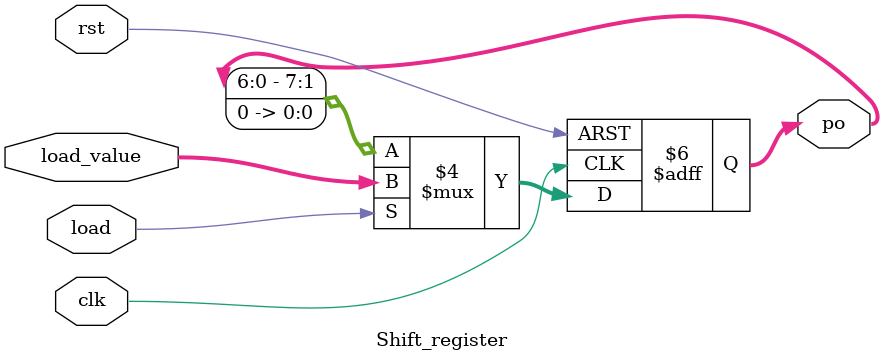
<source format=v>
module Shift_register(clk,rst,load,load_value,po);
 parameter SHIFT_DIRECTION = "LEFT" ; //LEFT OR RI-GHT 
 parameter SHIFT_AMOUNT = 1; //possible values 1:7
 input clk,rst,load;
 input [7:0] load_value;
 output reg [7:0] po;
 always @(posedge clk or posedge rst) begin
 	if (rst) 
 		po<=0;
    else if (load) 
  	    po<=load_value;
    else begin
        if(SHIFT_DIRECTION=="RIGHT") 
        	po<=po>>SHIFT_AMOUNT;//another way po<={SHIFT_AMOUNT{1'b0},po[7:SHIFT_AMOUNT]}
        else 
            po<=po<<SHIFT_AMOUNT;//another way po<={po[7-SHIFT_AMOUNT:0],SHIFT_AMOUNT{1'b0}}
    end
 end
endmodule
</source>
